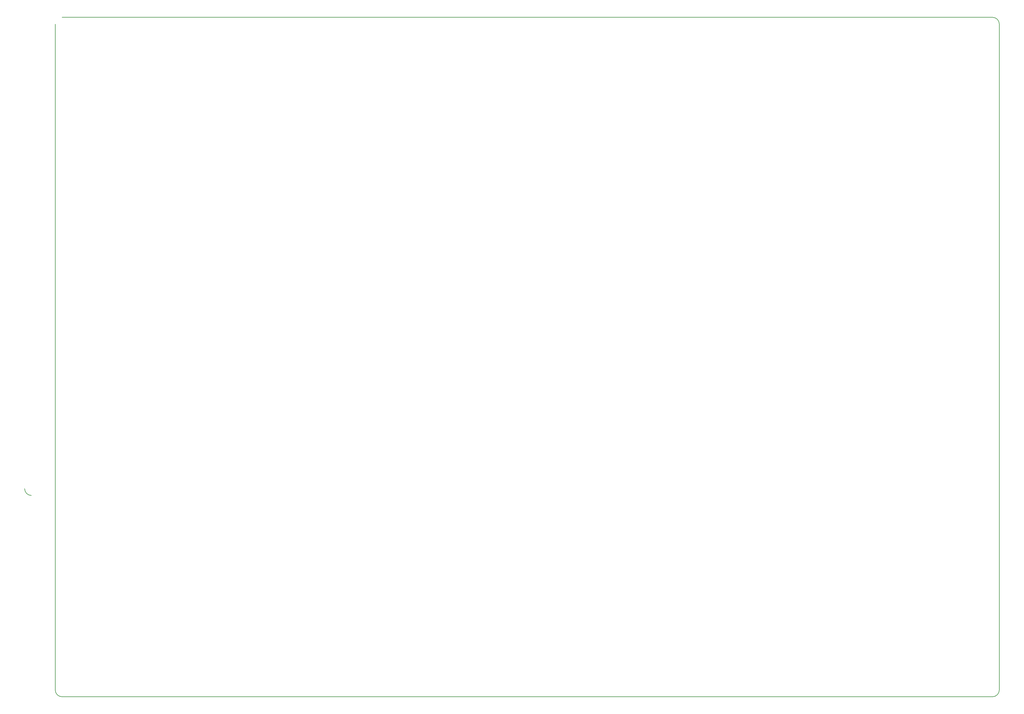
<source format=gm1>
%FSLAX44Y44*%
%MOMM*%
G71*
G01*
G75*
G04 Layer_Color=16711935*
%ADD10C,0.2032*%
%ADD11R,0.9652X0.8890*%
%ADD12R,1.0160X0.9398*%
%ADD13R,1.0160X0.9400*%
%ADD14R,2.2098X1.9050*%
%ADD15R,0.9144X0.9144*%
%ADD16R,1.2700X0.9144*%
%ADD17R,0.8890X0.9652*%
%ADD18R,1.9050X2.2098*%
%ADD19R,0.9000X0.8000*%
%ADD20R,0.9398X1.0160*%
%ADD21R,0.9400X1.0160*%
%ADD22R,2.2000X0.3600*%
%ADD23R,3.0000X1.0000*%
%ADD24R,3.5000X1.0000*%
%ADD25R,4.0000X1.4000*%
%ADD26O,2.2000X0.6000*%
%ADD27R,3.2000X1.6500*%
%ADD28R,1.2000X1.2000*%
%ADD29R,1.6000X1.5000*%
%ADD30O,0.6000X2.2000*%
%ADD31R,1.0668X3.5560*%
%ADD32R,10.6680X8.8900*%
%ADD33R,3.8100X5.5880*%
%ADD34R,1.9050X0.5588*%
%ADD35R,2.2000X1.8000*%
%ADD36R,2.4000X0.4000*%
%ADD37R,0.5000X2.0000*%
%ADD38R,3.2000X1.6000*%
%ADD39R,6.0000X7.0000*%
%ADD40O,1.4500X0.5000*%
%ADD41O,0.5000X1.4500*%
%ADD42O,2.0320X0.5588*%
%ADD43O,1.4000X0.3000*%
%ADD44O,0.3000X1.4000*%
%ADD45R,0.9000X1.0000*%
%ADD46R,2.5000X1.8000*%
%ADD47R,2.2000X1.5000*%
%ADD48R,0.5588X1.9050*%
%ADD49C,0.1778*%
%ADD50C,0.2540*%
%ADD51C,0.7620*%
%ADD52C,0.5080*%
%ADD53C,1.2700*%
%ADD54C,0.3810*%
%ADD55C,0.7000*%
%ADD56C,0.8890*%
%ADD57C,0.6350*%
%ADD58C,0.3048*%
%ADD59R,6.8834X6.6294*%
%ADD60R,7.4168X2.9972*%
%ADD61R,3.9116X9.0424*%
%ADD62R,6.6294X4.3688*%
%ADD63R,2.2098X8.4836*%
%ADD64R,7.2390X2.3368*%
%ADD65R,7.5692X1.4224*%
%ADD66R,5.3086X2.3876*%
%ADD67R,6.4770X2.3876*%
%ADD68R,0.8492X4.9022*%
%ADD69R,1.1176X9.9060*%
%ADD70R,7.4930X2.5908*%
%ADD71R,6.6548X1.4732*%
%ADD72R,5.1816X1.4732*%
%ADD73R,3.2258X4.2672*%
%ADD74R,11.5824X3.8608*%
%ADD75R,9.6012X3.5814*%
%ADD76R,10.6426X2.4638*%
%ADD77R,4.2672X4.9530*%
%ADD78R,5.3086X3.6322*%
%ADD79R,2.2860X2.4638*%
%ADD80R,3.6322X5.3086*%
%ADD81R,6.7818X2.8702*%
%ADD82R,2.5654X7.4676*%
%ADD83R,7.3660X2.3876*%
%ADD84R,1.6256X4.7752*%
%ADD85R,4.2164X2.8956*%
%ADD86R,2.2606X6.3754*%
%ADD87C,5.0000*%
%ADD88C,1.7780*%
%ADD89O,1.6510X1.0160*%
%ADD90C,1.2700*%
%ADD91R,1.2700X1.2700*%
%ADD92O,1.7780X1.5240*%
%ADD93O,1.5240X1.7780*%
%ADD94C,1.0000*%
%ADD95C,2.4384*%
%ADD96R,1.3800X2.5000*%
%ADD97O,1.3800X2.5000*%
%ADD98C,0.5080*%
%ADD99C,1.5000*%
%ADD100R,1.5000X1.5000*%
%ADD101O,1.2700X1.0160*%
%ADD102C,1.3000*%
%ADD103O,1.0000X1.7000*%
%ADD104C,1.1430*%
%ADD105C,1.5240*%
%ADD106O,1.4000X3.8000*%
%ADD107O,3.8000X1.4000*%
%ADD108O,1.0160X1.6510*%
%ADD109C,1.3800*%
%ADD110C,2.5000*%
%ADD111C,1.5748*%
%ADD112R,1.5748X1.5748*%
%ADD113C,1.3970*%
%ADD114C,1.1000*%
%ADD115R,1.5240X1.5240*%
%ADD116O,3.0480X1.5240*%
%ADD117C,2.0320*%
%ADD118C,2.2000*%
%ADD119C,1.6000*%
%ADD120C,0.9000*%
%ADD121C,0.6604*%
%ADD122C,0.6858*%
%ADD123C,0.6350*%
%ADD124C,0.8636*%
%ADD125C,1.0160*%
%ADD126C,0.7112*%
%ADD127C,1.0160*%
%ADD128C,1.5080*%
%ADD129C,1.3080*%
%ADD130C,2.9464*%
%ADD131C,1.4478*%
%ADD132C,1.5080*%
%ADD133C,0.8128*%
%ADD134C,1.4080*%
%ADD135O,1.3080X2.0080*%
%ADD136C,1.3080*%
%ADD137O,3.7080X1.3080*%
%ADD138C,1.2080*%
%ADD139C,2.0080*%
%ADD140C,1.4732*%
%ADD141C,1.4986*%
%ADD142C,1.8080*%
%ADD143C,2.7080*%
%ADD144C,2.1080*%
%ADD145C,0.8382*%
%ADD146C,0.9652*%
%ADD147C,1.0668*%
%ADD148C,0.9398*%
%ADD149C,0.8890*%
%ADD150C,3.5080*%
%ADD151O,1.3080X3.7080*%
%ADD152R,0.9144X0.9144*%
%ADD153R,0.9144X1.2700*%
%ADD154R,1.3000X1.2000*%
%ADD155C,2.0000*%
%ADD156R,3.9116X4.4958*%
%ADD157R,2.8956X1.2700*%
%ADD158R,0.9652X1.9050*%
%ADD159R,2.2098X5.6134*%
%ADD160R,4.3688X2.6162*%
%ADD161C,0.1270*%
%ADD162C,0.2500*%
%ADD163C,0.3000*%
%ADD164C,0.2500*%
%ADD165C,0.2000*%
%ADD166C,0.1000*%
%ADD167C,0.2096*%
%ADD168C,0.1524*%
%ADD169C,0.1500*%
%ADD170C,0.2286*%
%ADD171R,1.9836X0.9960*%
%ADD172R,4.8436X1.4084*%
%ADD173R,4.1000X1.9000*%
%ADD174R,1.1684X1.0922*%
%ADD175R,1.2192X1.1430*%
%ADD176R,1.2192X1.1432*%
%ADD177R,2.4130X2.1082*%
%ADD178R,1.1176X1.1176*%
%ADD179R,1.4732X1.1176*%
%ADD180R,1.0922X1.1684*%
%ADD181R,2.1082X2.4130*%
%ADD182R,1.1032X1.0032*%
%ADD183R,1.1430X1.2192*%
%ADD184R,1.1432X1.2192*%
%ADD185R,2.4032X0.5632*%
%ADD186R,3.2032X1.2032*%
%ADD187R,3.7032X1.2032*%
%ADD188R,4.2032X1.6032*%
%ADD189O,2.4032X0.8032*%
%ADD190R,3.4032X1.8532*%
%ADD191R,1.4032X1.4032*%
%ADD192R,1.8032X1.7032*%
%ADD193O,0.8032X2.4032*%
%ADD194R,1.2700X3.7592*%
%ADD195R,10.8712X9.0932*%
%ADD196R,4.0132X5.7912*%
%ADD197R,2.1082X0.7620*%
%ADD198R,2.4032X2.0032*%
%ADD199R,2.6032X0.6032*%
%ADD200R,0.7032X2.2032*%
%ADD201R,3.4032X1.8032*%
%ADD202R,6.2032X7.2032*%
%ADD203O,1.6532X0.7032*%
%ADD204O,0.7032X1.6532*%
%ADD205O,2.2352X0.7620*%
%ADD206O,1.6032X0.5032*%
%ADD207O,0.5032X1.6032*%
%ADD208R,1.1032X1.2032*%
%ADD209R,2.7032X2.0032*%
%ADD210R,2.4032X1.7032*%
%ADD211R,0.7620X2.1082*%
%ADD212C,5.2032*%
%ADD213C,1.9812*%
%ADD214O,1.8542X1.2192*%
%ADD215R,1.4732X1.4732*%
%ADD216O,1.9812X1.7272*%
%ADD217O,1.7272X1.9812*%
%ADD218C,1.2032*%
%ADD219C,2.6416*%
%ADD220R,1.5832X2.7032*%
%ADD221O,1.5832X2.7032*%
%ADD222C,1.7032*%
%ADD223R,1.7032X1.7032*%
%ADD224O,1.4732X1.2192*%
%ADD225C,1.5032*%
%ADD226O,1.2032X1.9032*%
%ADD227C,1.3462*%
%ADD228C,1.7272*%
%ADD229O,1.6032X4.0032*%
%ADD230O,4.0032X1.6032*%
%ADD231O,1.2192X1.8542*%
%ADD232C,1.5832*%
%ADD233C,2.7032*%
%ADD234R,1.7780X1.7780*%
%ADD235C,1.6002*%
%ADD236C,1.3032*%
%ADD237R,1.7272X1.7272*%
%ADD238O,3.2512X1.7272*%
%ADD239C,2.2352*%
%ADD240R,1.1176X1.1176*%
%ADD241R,1.1176X1.4732*%
%ADD242R,1.5032X1.4032*%
D169*
X899160Y1435100D02*
G03*
X919480Y1414780I20320J0D01*
G01*
X990600Y833120D02*
G03*
X1010920Y812800I20320J0D01*
G01*
X3789680D02*
G03*
X3810000Y833120I0J20320D01*
G01*
Y2824480D02*
G03*
X3789680Y2844800I-20320J0D01*
G01*
X990600Y833120D02*
Y2824480D01*
X1010920Y2844800D02*
X3789680D01*
X1010920Y812800D02*
X3789680D01*
X3810000Y833120D02*
Y2824480D01*
M02*

</source>
